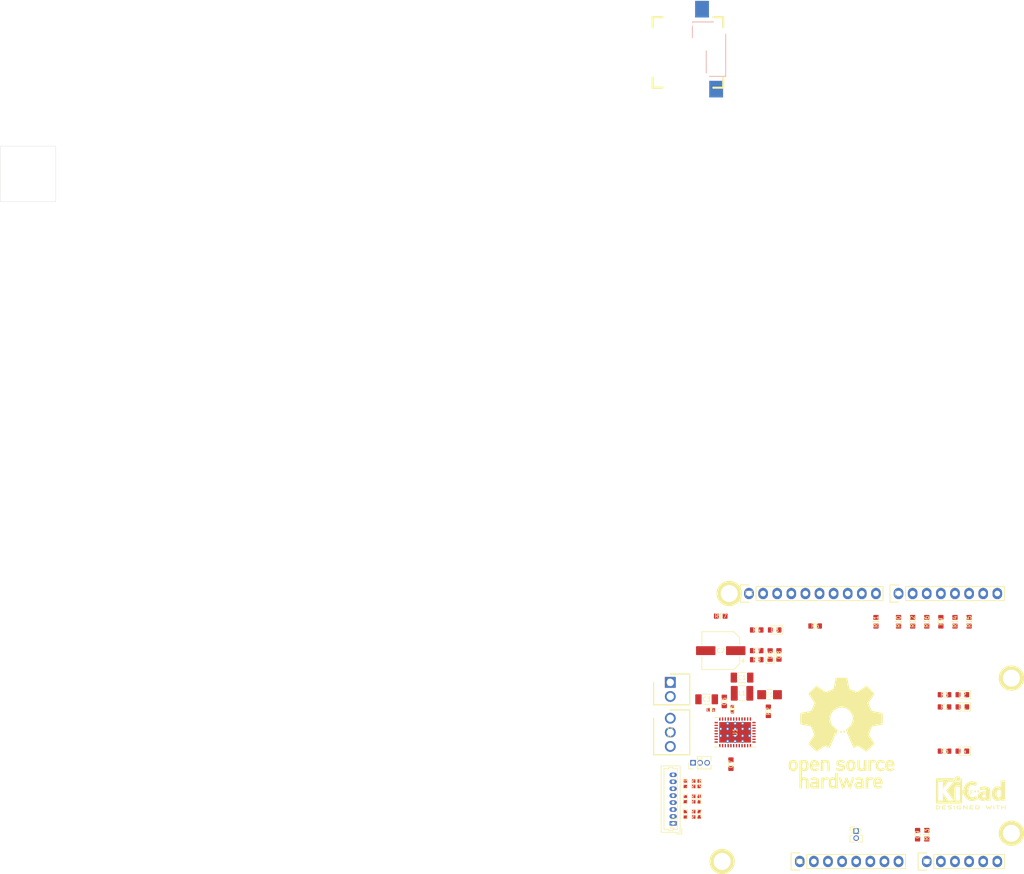
<source format=kicad_pcb>
(kicad_pcb (version 20171130) (host pcbnew 5.0.2)
  (layers (0 F.Cu signal) (1 In1.Cu signal) (2 In2.Cu signal) (31 B.Cu signal) (34 B.Paste user) (35 F.Paste user) (36 B.SilkS user) (37 F.SilkS user) (38 B.Mask user) (39 F.Mask user) (44 Edge.Cuts user))
  (net 1 "VCC")
  (net 2 "HBN")
  (net 3 "BRAKE")
  (net 4 "DRVOFF")
  (net 5 "Net-D3-Pad2")
  (net 6 "Net-C6-Pad2")
  (net 7 "V")
  (net 8 "p5**")
  (net 9 "HCN")
  (net 10 "FAULT")
  (net 11 "p2")
  (net 12 "p11**MOSI")
  (net 13 "GND")
  (net 14 "Net-D4-Pad2")
  (net 15 "SW")
  (net 16 "HAN")
  (net 17 "A4SDA")
  (net 18 "p6**")
  (net 19 "CS")
  (net 20 "A0")
  (net 21 "U")
  (net 22 "HCP")
  (net 23 "SLEEP")
  (net 24 "Net-D2-Pad2")
  (net 25 "A1")
  (net 26 "p8")
  (net 27 "Net-C6-Pad1")
  (net 28 "HAP")
  (net 29 "p3**")
  (net 30 "GNDPWR")
  (net 31 "p+36V")
  (net 32 "FGOUT")
  (net 33 "p12MISO")
  (net 34 "p+5V")
  (net 35 "p+3-3V")
  (net 36 "p7")
  (net 37 "Net-JP1-Pad2")
  (net 38 "HBP")
  (net 39 "PWM")
  (net 40 "FB")
  (net 41 "Net-C5-Pad1")
  (net 42 "ILIM")
  (net 43 "W")
  (net 44 "p4")
  (net 45 "Net-D1-Pad2")
  (net 46 "A5SCL")
  (net 47 "p13SCK")
  (module jitx-design:c_0402_1005metric (layer F.Cu) (at 266.8475 214.823 90.0)
    (pad 1 smd roundrect (at -0.48 0.0 90.0) (size 0.56 0.62) (roundrect_rratio 0.125) (net 16 "HAN") (layers F.Cu F.Paste))
    (pad 2 smd roundrect (at 0.48 0.0 90.0) (size 0.56 0.62) (roundrect_rratio 0.125) (net 28 "HAP") (layers F.Cu F.Paste))
    (fp_text reference "C10" (at 0.0 0.0 90.0) (layer F.SilkS) (effects (font (size 0.762 0.762) (thickness 0.10)) (justify)))
  )
  (module jitx-design:c_0402_1005metric (layer F.Cu) (at 266.8475 220.331 90.0)
    (pad 1 smd roundrect (at -0.48 0.0 90.0) (size 0.56 0.62) (roundrect_rratio 0.125) (net 9 "HCN") (layers F.Cu F.Paste))
    (pad 2 smd roundrect (at 0.48 0.0 90.0) (size 0.56 0.62) (roundrect_rratio 0.125) (net 22 "HCP") (layers F.Cu F.Paste))
    (fp_text reference "C12" (at 0.0 0.0 90.0) (layer F.SilkS) (effects (font (size 0.762 0.762) (thickness 0.10)) (justify)))
  )
  (module jitx-design:led_0603_1608metric (layer F.Cu) (at 316.704 198.787 180.0)
    (pad 1 smd roundrect (at -0.7875 0.0 180.0) (size 0.875 0.95) (roundrect_rratio 0.125) (net 13 "GND") (layers F.Cu F.Paste))
    (pad 2 smd roundrect (at 0.7875 0.0 180.0) (size 0.875 0.95) (roundrect_rratio 0.125) (net 24 "Net-D2-Pad2") (layers F.Cu F.Paste))
    (fp_text reference "D2" (at 0.0 0.0 0.0) (layer F.SilkS) (effects (font (size 0.762 0.762) (thickness 0.10)) (justify)))
  )
  (module jitx-design:d_0603_1608metric (layer F.Cu) (at 282.104 191.6395 90.0)
    (pad 1 smd roundrect (at -0.7875 0.0 90.0) (size 0.875 0.95) (roundrect_rratio 0.125) (net 13 "GND") (layers F.Cu F.Paste))
    (pad 2 smd roundrect (at 0.7875 0.0 90.0) (size 0.875 0.95) (roundrect_rratio 0.125) (net 25 "A1") (layers F.Cu F.Paste))
    (fp_text reference "D5" (at 0.0 0.0 90.0) (layer F.SilkS) (effects (font (size 0.762 0.762) (thickness 0.10)) (justify)))
  )
  (module jitx-design:Pkg_39773_0003 (layer F.Cu) (at 264.1335 205.565 270.0)
    (pad 1 thru_hole circle (at -2.54 0.0 270.0) (size 1.95 1.95) (net 21 "U") (drill 1.3) (layers *.Cu))
    (pad 2 thru_hole circle (at 0.0 0.0 270.0) (size 1.95 1.95) (net 7 "V") (drill 1.3) (layers *.Cu))
    (pad 3 thru_hole circle (at 2.54 0.0 270.0) (size 1.95 1.95) (net 43 "W") (drill 1.3) (layers *.Cu))
    (fp_text reference "P10" (at 0.0 0.0 90.0) (layer F.SilkS) (effects (font (size 0.762 0.762) (thickness 0.10)) (justify)))
  )
  (module jitx-design:arduino_1pinlocked (layer F.Cu) (at 325.538 223.745 0.0)
    (pad "" np_thru_hole circle (at 0.0 0.0) (size 3.048 3.048) (drill 3.048) (layers *.Cu *.Mask))
    (fp_text reference "P6" (at 0.0 0.0 0.0) (layer F.SilkS) (effects (font (size 0.762 0.762) (thickness 0.10)) (justify)))
  )
  (module jitx-design:kicad_logo2_5mm_silkscreen_lp (layer F.Cu) (at 318.2228 216.4425 0.0)
    (fp_text reference "REF**" (at 0.0 0.0 0.0) (layer F.SilkS) (effects (font (size 0.762 0.762) (thickness 0.10)) (justify)))
  )
  (module jitx-design:c_0402_1005metric (layer F.Cu) (at 271.436 201.52 0.0)
    (pad 1 smd roundrect (at -0.48 0.0 0.0) (size 0.56 0.62) (roundrect_rratio 0.125) (net 30 "GNDPWR") (layers F.Cu F.Paste))
    (pad 2 smd roundrect (at 0.48 0.0 0.0) (size 0.56 0.62) (roundrect_rratio 0.125) (net 31 "p+36V") (layers F.Cu F.Paste))
    (fp_text reference "C4" (at 0.0 0.0 0.0) (layer F.SilkS) (effects (font (size 0.762 0.762) (thickness 0.10)) (justify)))
  )
  (module jitx-design:led_0603_1608metric (layer F.Cu) (at 282.922 187.1245 180.0)
    (pad 1 smd roundrect (at -0.7875 0.0 180.0) (size 0.875 0.95) (roundrect_rratio 0.125) (net 13 "GND") (layers F.Cu F.Paste))
    (pad 2 smd roundrect (at 0.7875 0.0 180.0) (size 0.875 0.95) (roundrect_rratio 0.125) (net 5 "Net-D3-Pad2") (layers F.Cu F.Paste))
    (fp_text reference "D3" (at 0.0 0.0 0.0) (layer F.SilkS) (effects (font (size 0.762 0.762) (thickness 0.10)) (justify)))
  )
  (module jitx-design:pinheader_1x03_p127mm_vertical (layer F.Cu) (at 269.498 211.045 90.0)
    (pad 1 thru_hole rect (at 0.0 -1.27 90.0) (size 1.0 1.0) (net 35 "p+3-3V") (drill 0.65) (layers *.Cu))
    (pad 2 thru_hole oval (at 0.0 0.0 90.0) (size 1.0 1.0) (net 37 "Net-JP1-Pad2") (drill 0.65) (layers *.Cu))
    (pad 3 thru_hole oval (at 0.0 1.27 90.0) (size 1.0 1.0) (net 1 "VCC") (drill 0.65) (layers *.Cu))
    (fp_text reference "JP1" (at 0.0 0.0 90.0) (layer F.SilkS) (effects (font (size 0.762 0.762) (thickness 0.10)) (justify)))
  )
  (module jitx-design:socket_strip_arduino_1x06locked (layer F.Cu) (at 310.298 228.825 0.0)
    (pad 1 thru_hole oval (at 0.0 0.0 0.0) (size 1.7272 2.032) (net 20 "A0") (drill 1.016) (layers *.Cu))
    (pad 2 thru_hole oval (at 2.54 0.0 0.0) (size 1.7272 2.032) (net 25 "A1") (drill 1.016) (layers *.Cu))
    (pad 3 thru_hole oval (at 5.08 0.0 0.0) (size 1.7272 2.032) (drill 1.016) (layers *.Cu))
    (pad 4 thru_hole oval (at 7.62 0.0 0.0) (size 1.7272 2.032) (drill 1.016) (layers *.Cu))
    (pad 5 thru_hole oval (at 10.16 0.0 0.0) (size 1.7272 2.032) (net 17 "A4SDA") (drill 1.016) (layers *.Cu))
    (pad 6 thru_hole oval (at 12.7 0.0 0.0) (size 1.7272 2.032) (net 46 "A5SCL") (drill 1.016) (layers *.Cu))
    (fp_text reference "P2" (at 0.0 0.0 0.0) (layer F.SilkS) (effects (font (size 0.762 0.762) (thickness 0.10)) (justify)))
  )
  (module jitx-design:Pkg_39773_0002 (layer F.Cu) (at 264.1335 196.565 270.0)
    (pad 1 thru_hole rect (at 0.0 0.0 270.0) (size 1.95 1.95) (net 31 "p+36V") (drill 1.3) (layers *.Cu))
    (pad 2 thru_hole circle (at 2.54 0.0 270.0) (size 1.95 1.95) (net 30 "GNDPWR") (drill 1.3) (layers *.Cu))
    (fp_text reference "P9" (at 0.0 0.0 90.0) (layer F.SilkS) (effects (font (size 0.762 0.762) (thickness 0.10)) (justify)))
  )
  (module jitx-design:r_0603_1608metric (layer F.Cu) (at 305.218 185.645 270.0)
    (pad 1 smd roundrect (at -0.7875 0.0 270.0) (size 0.875 0.95) (roundrect_rratio 0.125) (net 36 "p7") (layers F.Cu F.Paste))
    (pad 2 smd roundrect (at 0.7875 0.0 270.0) (size 0.875 0.95) (roundrect_rratio 0.125) (net 3 "BRAKE") (layers F.Cu F.Paste))
    (fp_text reference "R10" (at 0.0 0.0 90.0) (layer F.SilkS) (effects (font (size 0.762 0.762) (thickness 0.10)) (justify)))
  )
  (module jitx-design:r_0603_1608metric (layer F.Cu) (at 307.758 185.645 270.0)
    (pad 1 smd roundrect (at -0.7875 0.0 270.0) (size 0.875 0.95) (roundrect_rratio 0.125) (net 18 "p6**") (layers F.Cu F.Paste))
    (pad 2 smd roundrect (at 0.7875 0.0 270.0) (size 0.875 0.95) (roundrect_rratio 0.125) (net 32 "FGOUT") (layers F.Cu F.Paste))
    (fp_text reference "R12" (at 0.0 0.0 90.0) (layer F.SilkS) (effects (font (size 0.762 0.762) (thickness 0.10)) (justify)))
  )
  (module jitx-design:r_0603_1608metric (layer F.Cu) (at 315.378 185.645 270.0)
    (pad 1 smd roundrect (at -0.7875 0.0 270.0) (size 0.875 0.95) (roundrect_rratio 0.125) (net 29 "p3**") (layers F.Cu F.Paste))
    (pad 2 smd roundrect (at 0.7875 0.0 270.0) (size 0.875 0.95) (roundrect_rratio 0.125) (net 23 "SLEEP") (layers F.Cu F.Paste))
    (fp_text reference "R14" (at 0.0 0.0 90.0) (layer F.SilkS) (effects (font (size 0.762 0.762) (thickness 0.10)) (justify)))
  )
  (module jitx-design:r_0603_1608metric (layer F.Cu) (at 310.298 185.645 270.0)
    (pad 1 smd roundrect (at -0.7875 0.0 270.0) (size 0.875 0.95) (roundrect_rratio 0.125) (net 8 "p5**") (layers F.Cu F.Paste))
    (pad 2 smd roundrect (at 0.7875 0.0 270.0) (size 0.875 0.95) (roundrect_rratio 0.125) (net 4 "DRVOFF") (layers F.Cu F.Paste))
    (fp_text reference "R16" (at 0.0 0.0 90.0) (layer F.SilkS) (effects (font (size 0.762 0.762) (thickness 0.10)) (justify)))
  )
  (module jitx-design:kailh_pcb_socket_1u_cutout_pkg (layer F.Cu) (at 267.305598020554 83.1131987571716 270.0)
    (pad 1 smd rect (at 6.6 -5.08 270.0) (size 3.0 2.5) (layers B.Cu B.Paste))
    (pad 2 smd rect (at -7.8 -2.54 270.0) (size 3.0 2.5) (layers B.Cu B.Paste))
    (pad "" np_thru_hole circle (at 0.0 0.0) (size 3.9878 3.9878) (drill 3.9878) (layers *.Cu *.Mask))
    (pad "" np_thru_hole circle (at -5.08 0.0) (size 1.7018 1.7018) (drill 1.7018) (layers *.Cu *.Mask))
    (pad "" np_thru_hole circle (at 5.08 0.0) (size 1.7018 1.7018) (drill 1.7018) (layers *.Cu *.Mask))
    (pad "" np_thru_hole circle (at 2.54 -5.08) (size 3.0 3.0) (drill 3.0) (layers *.Cu *.Mask))
    (pad "" np_thru_hole circle (at -3.81 -2.54) (size 3.0 3.0) (drill 3.0) (layers *.Cu *.Mask))
    (fp_text user "" (at 0.0 4.0 90.0) (layer F.SilkS) (effects (font (size 2.0 2.0) (thickness 0.10)) (justify)))
    (fp_text reference "SW1" (at 0.0 0.0 90.0) (layer F.SilkS) (effects (font (size 0.762 0.762) (thickness 0.10)) (justify)))
  )
  (module jitx-design:r_0603_1608metric (layer F.Cu) (at 313.498 198.787 0.0)
    (pad 1 smd roundrect (at -0.7875 0.0 0.0) (size 0.875 0.95) (roundrect_rratio 0.125) (net 1 "VCC") (layers F.Cu F.Paste))
    (pad 2 smd roundrect (at 0.7875 0.0 0.0) (size 0.875 0.95) (roundrect_rratio 0.125) (net 24 "Net-D2-Pad2") (layers F.Cu F.Paste))
    (fp_text reference "R3" (at 0.0 0.0 0.0) (layer F.SilkS) (effects (font (size 0.762 0.762) (thickness 0.10)) (justify)))
  )
  (module jitx-design:r_0603_1608metric (layer F.Cu) (at 313.498 208.9495 0.0)
    (pad 1 smd roundrect (at -0.7875 0.0 0.0) (size 0.875 0.95) (roundrect_rratio 0.125) (net 35 "p+3-3V") (layers F.Cu F.Paste))
    (pad 2 smd roundrect (at 0.7875 0.0 0.0) (size 0.875 0.95) (roundrect_rratio 0.125) (net 14 "Net-D4-Pad2") (layers F.Cu F.Paste))
    (fp_text reference "R5" (at 0.0 0.0 0.0) (layer F.SilkS) (effects (font (size 0.762 0.762) (thickness 0.10)) (justify)))
  )
  (module jitx-design:r_0603_1608metric (layer F.Cu) (at 279.688 190.852 180.0)
    (pad 1 smd roundrect (at -0.7875 0.0 180.0) (size 0.875 0.95) (roundrect_rratio 0.125) (net 25 "A1") (layers F.Cu F.Paste))
    (pad 2 smd roundrect (at 0.7875 0.0 180.0) (size 0.875 0.95) (roundrect_rratio 0.125) (net 31 "p+36V") (layers F.Cu F.Paste))
    (fp_text reference "R7" (at 0.0 0.0 0.0) (layer F.SilkS) (effects (font (size 0.762 0.762) (thickness 0.10)) (justify)))
  )
  (module jitx-design:r_0603_1608metric (layer F.Cu) (at 312.838 185.645 270.0)
    (pad 1 smd roundrect (at -0.7875 0.0 270.0) (size 0.875 0.95) (roundrect_rratio 0.125) (net 44 "p4") (layers F.Cu F.Paste))
    (pad 2 smd roundrect (at 0.7875 0.0 270.0) (size 0.875 0.95) (roundrect_rratio 0.125) (net 19 "CS") (layers F.Cu F.Paste))
    (fp_text reference "R9" (at 0.0 0.0 90.0) (layer F.SilkS) (effects (font (size 0.762 0.762) (thickness 0.10)) (justify)))
  )
  (module jitx-design:led_0603_1608metric (layer F.Cu) (at 316.704 208.9495 180.0)
    (pad 1 smd roundrect (at -0.7875 0.0 180.0) (size 0.875 0.95) (roundrect_rratio 0.125) (net 10 "FAULT") (layers F.Cu F.Paste))
    (pad 2 smd roundrect (at 0.7875 0.0 180.0) (size 0.875 0.95) (roundrect_rratio 0.125) (net 14 "Net-D4-Pad2") (layers F.Cu F.Paste))
    (fp_text reference "D4" (at 0.0 0.0 0.0) (layer F.SilkS) (effects (font (size 0.762 0.762) (thickness 0.10)) (justify)))
  )
  (module jitx-design:l_1210_3225metric (layer F.Cu) (at 277.048 198.533 180.0)
    (pad 1 smd roundrect (at -1.4 0.0 180.0) (size 1.25 2.65) (roundrect_rratio 0.1) (net 40 "FB") (layers F.Cu F.Paste))
    (pad 2 smd roundrect (at 1.4 0.0 180.0) (size 1.25 2.65) (roundrect_rratio 0.1) (net 15 "SW") (layers F.Cu F.Paste))
    (fp_text reference "L1" (at 0.0 0.0 0.0) (layer F.SilkS) (effects (font (size 0.762 0.762) (thickness 0.10)) (justify)))
  )
  (module jitx-design:c_0603_1608metric (layer F.Cu) (at 273.849 199.996 90.0)
    (pad 1 smd roundrect (at -0.775 0.0 90.0) (size 0.9 0.95) (roundrect_rratio 0.125) (net 41 "Net-C5-Pad1") (layers F.Cu F.Paste))
    (pad 2 smd roundrect (at 0.775 0.0 90.0) (size 0.9 0.95) (roundrect_rratio 0.125) (net 31 "p+36V") (layers F.Cu F.Paste))
    (fp_text reference "C5" (at 0.0 0.0 90.0) (layer F.SilkS) (effects (font (size 0.762 0.762) (thickness 0.10)) (justify)))
  )
  (module jitx-design:c_0603_1608metric (layer F.Cu) (at 275.048 211.299 270.0)
    (pad 1 smd roundrect (at -0.775 0.0 270.0) (size 0.9 0.95) (roundrect_rratio 0.125) (net 35 "p+3-3V") (layers F.Cu F.Paste))
    (pad 2 smd roundrect (at 0.775 0.0 270.0) (size 0.9 0.95) (roundrect_rratio 0.125) (net 13 "GND") (layers F.Cu F.Paste))
    (fp_text reference "C7" (at 0.0 0.0 90.0) (layer F.SilkS) (effects (font (size 0.762 0.762) (thickness 0.10)) (justify)))
  )
  (module jitx-design:c_0603_1608metric (layer F.Cu) (at 308.647 223.999 90.0)
    (pad 1 smd roundrect (at -0.775 0.0 90.0) (size 0.9 0.95) (roundrect_rratio 0.125) (net 13 "GND") (layers F.Cu F.Paste))
    (pad 2 smd roundrect (at 0.775 0.0 90.0) (size 0.9 0.95) (roundrect_rratio 0.125) (net 42 "ILIM") (layers F.Cu F.Paste))
    (fp_text reference "C9" (at 0.0 0.0 90.0) (layer F.SilkS) (effects (font (size 0.762 0.762) (thickness 0.10)) (justify)))
  )
  (module jitx-design:fuse_1206_3216metric_castellated (layer F.Cu) (at 281.998 198.787 180.0)
    (pad 1 smd roundrect (at -1.425 0.0 180.0) (size 1.6 1.65) (roundrect_rratio 0.078125) (net 1 "VCC") (layers F.Cu F.Paste))
    (pad 2 smd roundrect (at 1.425 0.0 180.0) (size 1.6 1.65) (roundrect_rratio 0.078125) (net 40 "FB") (layers F.Cu F.Paste))
    (fp_text reference "F1" (at 0.0 0.0 0.0) (layer F.SilkS) (effects (font (size 0.762 0.762) (thickness 0.10)) (justify)))
  )
  (module jitx-design:pinheader_1x02_p127mm_vertical (layer F.Cu) (at 297.598 223.349 0.0)
    (pad 1 thru_hole rect (at 0.0 0.0 0.0) (size 1.0 1.0) (net 1 "VCC") (drill 0.65) (layers *.Cu))
    (pad 2 thru_hole oval (at 0.0 1.27 0.0) (size 1.0 1.0) (net 34 "p+5V") (drill 0.65) (layers *.Cu))
    (fp_text reference "JP2" (at 0.0 0.0 0.0) (layer F.SilkS) (effects (font (size 0.762 0.762) (thickness 0.10)) (justify)))
  )
  (module jitx-design:socket_strip_arduino_1x10locked (layer F.Cu) (at 278.294 180.565 0.0)
    (pad 1 thru_hole oval (at 0.0 0.0 0.0) (size 1.7272 2.032) (net 46 "A5SCL") (drill 1.016) (layers *.Cu))
    (pad 2 thru_hole oval (at 2.54 0.0 0.0) (size 1.7272 2.032) (net 17 "A4SDA") (drill 1.016) (layers *.Cu))
    (pad 3 thru_hole oval (at 5.08 0.0 0.0) (size 1.7272 2.032) (drill 1.016) (layers *.Cu))
    (pad 4 thru_hole oval (at 7.62 0.0 0.0) (size 1.7272 2.032) (net 13 "GND") (drill 1.016) (layers *.Cu))
    (pad 5 thru_hole oval (at 10.16 0.0 0.0) (size 1.7272 2.032) (net 47 "p13SCK") (drill 1.016) (layers *.Cu))
    (pad 6 thru_hole oval (at 12.7 0.0 0.0) (size 1.7272 2.032) (net 33 "p12MISO") (drill 1.016) (layers *.Cu))
    (pad 7 thru_hole oval (at 15.24 0.0 0.0) (size 1.7272 2.032) (net 12 "p11**MOSI") (drill 1.016) (layers *.Cu))
    (pad 8 thru_hole oval (at 17.78 0.0 0.0) (size 1.7272 2.032) (drill 1.016) (layers *.Cu))
    (pad 9 thru_hole oval (at 20.32 0.0 0.0) (size 1.7272 2.032) (drill 1.016) (layers *.Cu))
    (pad 10 thru_hole oval (at 22.86 0.0 0.0) (size 1.7272 2.032) (net 26 "p8") (drill 1.016) (layers *.Cu))
    (fp_text reference "P3" (at 0.0 0.0 0.0) (layer F.SilkS) (effects (font (size 0.762 0.762) (thickness 0.10)) (justify)))
  )
  (module jitx-design:arduino_1pinlocked (layer F.Cu) (at 274.738 180.565 0.0)
    (pad "" np_thru_hole circle (at 0.0 0.0) (size 3.048 3.048) (drill 3.048) (layers *.Cu *.Mask))
    (fp_text reference "P7" (at 0.0 0.0 0.0) (layer F.SilkS) (effects (font (size 0.762 0.762) (thickness 0.10)) (justify)))
  )
  (module jitx-design:r_0402_1005metric (layer F.Cu) (at 268.8475 215.308 0.0)
    (pad 1 smd roundrect (at -0.485 0.0 0.0) (size 0.59 0.64) (roundrect_rratio 0.125) (net 16 "HAN") (layers F.Cu F.Paste))
    (pad 2 smd roundrect (at 0.485 0.0 0.0) (size 0.59 0.64) (roundrect_rratio 0.125) (net 13 "GND") (layers F.Cu F.Paste))
    (fp_text reference "R19" (at 0.0 0.0 0.0) (layer F.SilkS) (effects (font (size 0.762 0.762) (thickness 0.10)) (justify)))
  )
  (module jitx-design:r_0402_1005metric (layer F.Cu) (at 268.8475 217.092 0.0)
    (pad 1 smd roundrect (at -0.485 0.0 0.0) (size 0.59 0.64) (roundrect_rratio 0.125) (net 38 "HBP") (layers F.Cu F.Paste))
    (pad 2 smd roundrect (at 0.485 0.0 0.0) (size 0.59 0.64) (roundrect_rratio 0.125) (net 35 "p+3-3V") (layers F.Cu F.Paste))
    (fp_text reference "R20" (at 0.0 0.0 0.0) (layer F.SilkS) (effects (font (size 0.762 0.762) (thickness 0.10)) (justify)))
  )
  (module jitx-design:r_0402_1005metric (layer F.Cu) (at 268.8475 219.846 0.0)
    (pad 1 smd roundrect (at -0.485 0.0 0.0) (size 0.59 0.64) (roundrect_rratio 0.125) (net 22 "HCP") (layers F.Cu F.Paste))
    (pad 2 smd roundrect (at 0.485 0.0 0.0) (size 0.59 0.64) (roundrect_rratio 0.125) (net 35 "p+3-3V") (layers F.Cu F.Paste))
    (fp_text reference "R22" (at 0.0 0.0 0.0) (layer F.SilkS) (effects (font (size 0.762 0.762) (thickness 0.10)) (justify)))
  )
  (module jitx-design:oshw_logo_19x20mm_silkscreen_lp (layer F.Cu) (at 294.931 205.711 0.0)
    (fp_text reference "REF**-1" (at 0.0 0.0 0.0) (layer F.SilkS) (effects (font (size 0.762 0.762) (thickness 0.10)) (justify)))
  )
  (module jitx-design:c_0402_1005metric (layer F.Cu) (at 266.8475 217.577 90.0)
    (pad 1 smd roundrect (at -0.48 0.0 90.0) (size 0.56 0.62) (roundrect_rratio 0.125) (net 2 "HBN") (layers F.Cu F.Paste))
    (pad 2 smd roundrect (at 0.48 0.0 90.0) (size 0.56 0.62) (roundrect_rratio 0.125) (net 38 "HBP") (layers F.Cu F.Paste))
    (fp_text reference "C11" (at 0.0 0.0 90.0) (layer F.SilkS) (effects (font (size 0.762 0.762) (thickness 0.10)) (justify)))
  )
  (module jitx-design:socket_strip_arduino_1x08 (layer F.Cu) (at 287.438 228.825 0.0)
    (pad 1 thru_hole oval (at 0.0 0.0 0.0) (size 1.7272 2.032) (drill 1.016) (layers *.Cu))
    (pad 2 thru_hole oval (at 2.54 0.0 0.0) (size 1.7272 2.032) (drill 1.016) (layers *.Cu))
    (pad 3 thru_hole oval (at 5.08 0.0 0.0) (size 1.7272 2.032) (drill 1.016) (layers *.Cu))
    (pad 4 thru_hole oval (at 7.62 0.0 0.0) (size 1.7272 2.032) (net 35 "p+3-3V") (drill 1.016) (layers *.Cu))
    (pad 5 thru_hole oval (at 10.16 0.0 0.0) (size 1.7272 2.032) (net 34 "p+5V") (drill 1.016) (layers *.Cu))
    (pad 6 thru_hole oval (at 12.7 0.0 0.0) (size 1.7272 2.032) (net 13 "GND") (drill 1.016) (layers *.Cu))
    (pad 7 thru_hole oval (at 15.24 0.0 0.0) (size 1.7272 2.032) (net 13 "GND") (drill 1.016) (layers *.Cu))
    (pad 8 thru_hole oval (at 17.78 0.0 0.0) (size 1.7272 2.032) (drill 1.016) (layers *.Cu))
    (fp_text reference "P1" (at 0.0 0.0 0.0) (layer F.SilkS) (effects (font (size 0.762 0.762) (thickness 0.10)) (justify)))
  )
  (module jitx-design:c_1206_3216metric_1 (layer F.Cu) (at 270.674 199.615 0.0)
    (pad 1 smd roundrect (at -1.475 0.0 0.0) (size 1.15 1.8) (roundrect_rratio 0.108695217391304) (net 30 "GNDPWR") (layers F.Cu F.Paste))
    (pad 2 smd roundrect (at 1.475 0.0 0.0) (size 1.15 1.8) (roundrect_rratio 0.108695217391304) (net 31 "p+36V") (layers F.Cu F.Paste))
    (fp_text reference "C3" (at 0.0 0.0 0.0) (layer F.SilkS) (effects (font (size 0.762 0.762) (thickness 0.10)) (justify)))
  )
  (module jitx-design:molex_picoblade_53047_0810_1x08_p125mm_vertical (layer F.Cu) (at 264.6475 221.965 90.0)
    (pad 1 thru_hole roundrect (at 0.0 0.0 90.0) (size 0.8 1.3) (roundrect_rratio 0.125) (net 13 "GND") (drill 0.5) (layers *.Cu))
    (pad 2 thru_hole oval (at 1.25 0.0 90.0) (size 0.8 1.3) (net 9 "HCN") (drill 0.5) (layers *.Cu))
    (pad 3 thru_hole oval (at 2.5 0.0 90.0) (size 0.8 1.3) (net 22 "HCP") (drill 0.5) (layers *.Cu))
    (pad 4 thru_hole oval (at 3.75 0.0 90.0) (size 0.8 1.3) (net 2 "HBN") (drill 0.5) (layers *.Cu))
    (pad 5 thru_hole oval (at 5.0 0.0 90.0) (size 0.8 1.3) (net 38 "HBP") (drill 0.5) (layers *.Cu))
    (pad 6 thru_hole oval (at 6.25 0.0 90.0) (size 0.8 1.3) (net 16 "HAN") (drill 0.5) (layers *.Cu))
    (pad 7 thru_hole oval (at 7.5 0.0 90.0) (size 0.8 1.3) (net 28 "HAP") (drill 0.5) (layers *.Cu))
    (pad 8 thru_hole oval (at 8.75 0.0 90.0) (size 0.8 1.3) (net 37 "Net-JP1-Pad2") (drill 0.5) (layers *.Cu))
    (fp_text reference "P11" (at 0.0 0.0 90.0) (layer F.SilkS) (effects (font (size 0.762 0.762) (thickness 0.10)) (justify)))
  )
  (module jitx-design:arduino_1pinlocked (layer F.Cu) (at 273.468 228.825 0.0)
    (pad "" np_thru_hole circle (at 0.0 0.0) (size 3.048 3.048) (drill 3.048) (layers *.Cu *.Mask))
    (fp_text reference "P5" (at 0.0 0.0 0.0) (layer F.SilkS) (effects (font (size 0.762 0.762) (thickness 0.10)) (justify)))
  )
  (module jitx-design:r_0603_1608metric (layer F.Cu) (at 313.498 200.9865 0.0)
    (pad 1 smd roundrect (at -0.7875 0.0 0.0) (size 0.875 0.95) (roundrect_rratio 0.125) (net 35 "p+3-3V") (layers F.Cu F.Paste))
    (pad 2 smd roundrect (at 0.7875 0.0 0.0) (size 0.875 0.95) (roundrect_rratio 0.125) (net 45 "Net-D1-Pad2") (layers F.Cu F.Paste))
    (fp_text reference "R1" (at 0.0 0.0 0.0) (layer F.SilkS) (effects (font (size 0.762 0.762) (thickness 0.10)) (justify)))
  )
  (module jitx-design:r_0603_1608metric (layer F.Cu) (at 301.154 185.645 270.0)
    (pad 1 smd roundrect (at -0.7875 0.0 270.0) (size 0.875 0.95) (roundrect_rratio 0.125) (net 26 "p8") (layers F.Cu F.Paste))
    (pad 2 smd roundrect (at 0.7875 0.0 270.0) (size 0.875 0.95) (roundrect_rratio 0.125) (net 39 "PWM") (layers F.Cu F.Paste))
    (fp_text reference "R11" (at 0.0 0.0 90.0) (layer F.SilkS) (effects (font (size 0.762 0.762) (thickness 0.10)) (justify)))
  )
  (module jitx-design:r_0603_1608metric (layer F.Cu) (at 310.298 223.999 270.0)
    (pad 1 smd roundrect (at -0.7875 0.0 270.0) (size 0.875 0.95) (roundrect_rratio 0.125) (net 42 "ILIM") (layers F.Cu F.Paste))
    (pad 2 smd roundrect (at 0.7875 0.0 270.0) (size 0.875 0.95) (roundrect_rratio 0.125) (net 20 "A0") (layers F.Cu F.Paste))
    (fp_text reference "R13" (at 0.0 0.0 90.0) (layer F.SilkS) (effects (font (size 0.762 0.762) (thickness 0.10)) (justify)))
  )
  (module jitx-design:r_0603_1608metric (layer F.Cu) (at 317.918 185.645 270.0)
    (pad 1 smd roundrect (at -0.7875 0.0 270.0) (size 0.875 0.95) (roundrect_rratio 0.125) (net 11 "p2") (layers F.Cu F.Paste))
    (pad 2 smd roundrect (at 0.7875 0.0 270.0) (size 0.875 0.95) (roundrect_rratio 0.125) (net 10 "FAULT") (layers F.Cu F.Paste))
    (fp_text reference "R15" (at 0.0 0.0 90.0) (layer F.SilkS) (effects (font (size 0.762 0.762) (thickness 0.10)) (justify)))
  )
  (module jitx-design:r_0603_1608metric (layer F.Cu) (at 273.214 184.629 0.0)
    (pad 1 smd roundrect (at -0.7875 0.0 0.0) (size 0.875 0.95) (roundrect_rratio 0.125) (net 30 "GNDPWR") (layers F.Cu F.Paste))
    (pad 2 smd roundrect (at 0.7875 0.0 0.0) (size 0.875 0.95) (roundrect_rratio 0.125) (net 13 "GND") (layers F.Cu F.Paste))
    (fp_text reference "R17" (at 0.0 0.0 0.0) (layer F.SilkS) (effects (font (size 0.762 0.762) (thickness 0.10)) (justify)))
  )
  (module jitx-design:r_0402_1005metric (layer F.Cu) (at 268.8475 220.816 0.0)
    (pad 1 smd roundrect (at -0.485 0.0 0.0) (size 0.59 0.64) (roundrect_rratio 0.125) (net 9 "HCN") (layers F.Cu F.Paste))
    (pad 2 smd roundrect (at 0.485 0.0 0.0) (size 0.59 0.64) (roundrect_rratio 0.125) (net 13 "GND") (layers F.Cu F.Paste))
    (fp_text reference "R23" (at 0.0 0.0 0.0) (layer F.SilkS) (effects (font (size 0.762 0.762) (thickness 0.10)) (justify)))
  )
  (module jitx-design:r_0603_1608metric (layer F.Cu) (at 279.688 187.1245 0.0)
    (pad 1 smd roundrect (at -0.7875 0.0 0.0) (size 0.875 0.95) (roundrect_rratio 0.125) (net 31 "p+36V") (layers F.Cu F.Paste))
    (pad 2 smd roundrect (at 0.7875 0.0 0.0) (size 0.875 0.95) (roundrect_rratio 0.125) (net 5 "Net-D3-Pad2") (layers F.Cu F.Paste))
    (fp_text reference "R4" (at 0.0 0.0 0.0) (layer F.SilkS) (effects (font (size 0.762 0.762) (thickness 0.10)) (justify)))
  )
  (module jitx-design:r_0603_1608metric (layer F.Cu) (at 290.2065 186.407 0.0)
    (pad 1 smd roundrect (at -0.7875 0.0 0.0) (size 0.875 0.95) (roundrect_rratio 0.125) (net 35 "p+3-3V") (layers F.Cu F.Paste))
    (pad 2 smd roundrect (at 0.7875 0.0 0.0) (size 0.875 0.95) (roundrect_rratio 0.125) (net 33 "p12MISO") (layers F.Cu F.Paste))
    (fp_text reference "R6" (at 0.0 0.0 0.0) (layer F.SilkS) (effects (font (size 0.762 0.762) (thickness 0.10)) (justify)))
  )
  (module jitx-design:r_0603_1608metric (layer F.Cu) (at 279.691 192.4776 180.0)
    (pad 1 smd roundrect (at -0.7875 0.0 180.0) (size 0.875 0.95) (roundrect_rratio 0.125) (net 25 "A1") (layers F.Cu F.Paste))
    (pad 2 smd roundrect (at 0.7875 0.0 180.0) (size 0.875 0.95) (roundrect_rratio 0.125) (net 13 "GND") (layers F.Cu F.Paste))
    (fp_text reference "R8" (at 0.0 0.0 0.0) (layer F.SilkS) (effects (font (size 0.762 0.762) (thickness 0.10)) (justify)))
  )
  (module jitx-design:qfn_40_ep_5x7_pitch05mm (layer F.Cu) (at 275.798 205.565 270.0)
    (pad 1 smd roundrect (at -2.4 -2.75 0.0) (size 0.25 0.6) (roundrect_rratio 0.1) (layers F.Cu F.Paste))
    (pad 2 smd roundrect (at -2.4 -2.25 0.0) (size 0.25 0.6) (roundrect_rratio 0.1) (net 13 "GND") (layers F.Cu F.Paste))
    (pad 3 smd roundrect (at -2.4 -1.75 0.0) (size 0.25 0.6) (roundrect_rratio 0.1) (net 40 "FB") (layers F.Cu F.Paste))
    (pad 4 smd roundrect (at -2.4 -1.25 0.0) (size 0.25 0.6) (roundrect_rratio 0.1) (net 13 "GND") (layers F.Cu F.Paste))
    (pad 5 smd roundrect (at -2.4 -0.75 0.0) (size 0.25 0.6) (roundrect_rratio 0.1) (net 15 "SW") (layers F.Cu F.Paste))
    (pad 6 smd roundrect (at -2.4 -0.25 0.0) (size 0.25 0.6) (roundrect_rratio 0.1) (net 6 "Net-C6-Pad2") (layers F.Cu F.Paste))
    (pad 7 smd roundrect (at -2.4 0.25 0.0) (size 0.25 0.6) (roundrect_rratio 0.1) (net 27 "Net-C6-Pad1") (layers F.Cu F.Paste))
    (pad 8 smd roundrect (at -2.4 0.75 0.0) (size 0.25 0.6) (roundrect_rratio 0.1) (net 41 "Net-C5-Pad1") (layers F.Cu F.Paste))
    (pad 9 smd roundrect (at -2.4 1.25 0.0) (size 0.25 0.6) (roundrect_rratio 0.1) (net 31 "p+36V") (layers F.Cu F.Paste))
    (pad 10 smd roundrect (at -2.4 1.75 0.0) (size 0.25 0.6) (roundrect_rratio 0.1) (net 31 "p+36V") (layers F.Cu F.Paste))
    (pad 11 smd roundrect (at -2.4 2.25 0.0) (size 0.25 0.6) (roundrect_rratio 0.1) (net 31 "p+36V") (layers F.Cu F.Paste))
    (pad 12 smd roundrect (at -2.4 2.75 0.0) (size 0.25 0.6) (roundrect_rratio 0.1) (net 30 "GNDPWR") (layers F.Cu F.Paste))
    (pad 13 smd roundrect (at -1.75 3.4 90.0) (size 0.25 0.6) (roundrect_rratio 0.1) (net 21 "U") (layers F.Cu F.Paste))
    (pad 14 smd roundrect (at -1.25 3.4 90.0) (size 0.25 0.6) (roundrect_rratio 0.1) (net 21 "U") (layers F.Cu F.Paste))
    (pad 15 smd roundrect (at -0.75 3.4 90.0) (size 0.25 0.6) (roundrect_rratio 0.1) (net 30 "GNDPWR") (layers F.Cu F.Paste))
    (pad 16 smd roundrect (at -0.25 3.4 90.0) (size 0.25 0.6) (roundrect_rratio 0.1) (net 7 "V") (layers F.Cu F.Paste))
    (pad 17 smd roundrect (at 0.25 3.4 90.0) (size 0.25 0.6) (roundrect_rratio 0.1) (net 7 "V") (layers F.Cu F.Paste))
    (pad 18 smd roundrect (at 0.75 3.4 90.0) (size 0.25 0.6) (roundrect_rratio 0.1) (net 30 "GNDPWR") (layers F.Cu F.Paste))
    (pad 19 smd roundrect (at 1.25 3.4 90.0) (size 0.25 0.6) (roundrect_rratio 0.1) (net 43 "W") (layers F.Cu F.Paste))
    (pad 20 smd roundrect (at 1.75 3.4 90.0) (size 0.25 0.6) (roundrect_rratio 0.1) (net 43 "W") (layers F.Cu F.Paste))
    (pad 21 smd roundrect (at 2.4 2.75 0.0) (size 0.25 0.6) (roundrect_rratio 0.1) (net 4 "DRVOFF") (layers F.Cu F.Paste))
    (pad 22 smd roundrect (at 2.4 2.25 0.0) (size 0.25 0.6) (roundrect_rratio 0.1) (net 10 "FAULT") (layers F.Cu F.Paste))
    (pad 23 smd roundrect (at 2.4 1.75 0.0) (size 0.25 0.6) (roundrect_rratio 0.1) (net 23 "SLEEP") (layers F.Cu F.Paste))
    (pad 24 smd roundrect (at 2.4 1.25 0.0) (size 0.25 0.6) (roundrect_rratio 0.1) (layers F.Cu F.Paste))
    (pad 25 smd roundrect (at 2.4 0.75 0.0) (size 0.25 0.6) (roundrect_rratio 0.1) (net 35 "p+3-3V") (layers F.Cu F.Paste))
    (pad 26 smd roundrect (at 2.4 0.25 0.0) (size 0.25 0.6) (roundrect_rratio 0.1) (layers F.Cu F.Paste))
    (pad 27 smd roundrect (at 2.4 -0.25 0.0) (size 0.25 0.6) (roundrect_rratio 0.1) (net 28 "HAP") (layers F.Cu F.Paste))
    (pad 28 smd roundrect (at 2.4 -0.75 0.0) (size 0.25 0.6) (roundrect_rratio 0.1) (net 16 "HAN") (layers F.Cu F.Paste))
    (pad 29 smd roundrect (at 2.4 -1.25 0.0) (size 0.25 0.6) (roundrect_rratio 0.1) (net 38 "HBP") (layers F.Cu F.Paste))
    (pad 30 smd roundrect (at 2.4 -1.75 0.0) (size 0.25 0.6) (roundrect_rratio 0.1) (net 2 "HBN") (layers F.Cu F.Paste))
    (pad 31 smd roundrect (at 2.4 -2.25 0.0) (size 0.25 0.6) (roundrect_rratio 0.1) (net 22 "HCP") (layers F.Cu F.Paste))
    (pad 32 smd roundrect (at 2.4 -2.75 0.0) (size 0.25 0.6) (roundrect_rratio 0.1) (net 9 "HCN") (layers F.Cu F.Paste))
    (pad 33 smd roundrect (at 1.75 -3.4 90.0) (size 0.25 0.6) (roundrect_rratio 0.1) (net 33 "p12MISO") (layers F.Cu F.Paste))
    (pad 34 smd roundrect (at 1.25 -3.4 90.0) (size 0.25 0.6) (roundrect_rratio 0.1) (net 12 "p11**MOSI") (layers F.Cu F.Paste))
    (pad 35 smd roundrect (at 0.75 -3.4 90.0) (size 0.25 0.6) (roundrect_rratio 0.1) (net 47 "p13SCK") (layers F.Cu F.Paste))
    (pad 36 smd roundrect (at 0.25 -3.4 90.0) (size 0.25 0.6) (roundrect_rratio 0.1) (net 19 "CS") (layers F.Cu F.Paste))
    (pad 37 smd roundrect (at -0.25 -3.4 90.0) (size 0.25 0.6) (roundrect_rratio 0.1) (net 42 "ILIM") (layers F.Cu F.Paste))
    (pad 38 smd roundrect (at -0.75 -3.4 90.0) (size 0.25 0.6) (roundrect_rratio 0.1) (net 3 "BRAKE") (layers F.Cu F.Paste))
    (pad 39 smd roundrect (at -1.25 -3.4 90.0) (size 0.25 0.6) (roundrect_rratio 0.1) (net 39 "PWM") (layers F.Cu F.Paste))
    (pad 40 smd roundrect (at -1.75 -3.4 90.0) (size 0.25 0.6) (roundrect_rratio 0.1) (net 32 "FGOUT") (layers F.Cu F.Paste))
    (pad 41 thru_hole circle (at -0.625 -2.6 270.0) (size 0.6 0.6) (net 13 "GND") (drill 0.3) (layers *.Cu))
    (pad 42 thru_hole circle (at 1.6 -1.35 270.0) (size 0.6 0.6) (net 13 "GND") (drill 0.3) (layers *.Cu))
    (pad 43 thru_hole circle (at 0.625 -2.6 270.0) (size 0.6 0.6) (net 13 "GND") (drill 0.3) (layers *.Cu))
    (pad 44 thru_hole circle (at 0.625 0.0 270.0) (size 0.6 0.6) (net 13 "GND") (drill 0.3) (layers *.Cu))
    (pad 45 thru_hole circle (at -1.6 -1.35 270.0) (size 0.6 0.6) (net 13 "GND") (drill 0.3) (layers *.Cu))
    (pad 46 thru_hole circle (at -0.625 -1.35 270.0) (size 0.6 0.6) (net 13 "GND") (drill 0.3) (layers *.Cu))
    (pad 47 thru_hole circle (at 1.6 0.0 270.0) (size 0.6 0.6) (net 13 "GND") (drill 0.3) (layers *.Cu))
    (pad 48 thru_hole circle (at 0.625 -1.35 270.0) (size 0.6 0.6) (net 13 "GND") (drill 0.3) (layers *.Cu))
    (pad 49 thru_hole circle (at -1.6 0.0 270.0) (size 0.6 0.6) (net 13 "GND") (drill 0.3) (layers *.Cu))
    (pad 50 smd rect (at 0.0 0.0 270.0) (size 3.7 5.7) (net 13 "GND") (layers F.Cu F.Paste))
    (pad 51 thru_hole circle (at -0.625 0.0 270.0) (size 0.6 0.6) (net 13 "GND") (drill 0.3) (layers *.Cu))
    (pad 52 thru_hole circle (at -0.625 2.6 270.0) (size 0.6 0.6) (net 13 "GND") (drill 0.3) (layers *.Cu))
    (pad 53 thru_hole circle (at 0.625 1.35 270.0) (size 0.6 0.6) (net 13 "GND") (drill 0.3) (layers *.Cu))
    (pad 54 thru_hole circle (at -0.625 1.35 270.0) (size 0.6 0.6) (net 13 "GND") (drill 0.3) (layers *.Cu))
    (pad 55 thru_hole circle (at -1.6 1.35 270.0) (size 0.6 0.6) (net 13 "GND") (drill 0.3) (layers *.Cu))
    (pad 56 thru_hole circle (at 0.625 2.6 270.0) (size 0.6 0.6) (net 13 "GND") (drill 0.3) (layers *.Cu))
    (pad 57 thru_hole circle (at 1.6 1.35 270.0) (size 0.6 0.6) (net 13 "GND") (drill 0.3) (layers *.Cu))
    (fp_text reference "U1" (at 0.0 0.0 90.0) (layer F.SilkS) (effects (font (size 0.762 0.762) (thickness 0.10)) (justify)))
  )
  (module jitx-design:c_1206_3216metric (layer F.Cu) (at 277.0494 195.7034 0.0)
    (pad 1 smd roundrect (at -1.475 0.0 0.0) (size 1.15 1.8) (roundrect_rratio 0.1085) (net 13 "GND") (layers F.Cu F.Paste))
    (pad 2 smd roundrect (at 1.475 0.0 0.0) (size 1.15 1.8) (roundrect_rratio 0.108695217391304) (net 40 "FB") (layers F.Cu F.Paste))
    (fp_text reference "C1" (at 0.0 0.0 0.0) (layer F.SilkS) (effects (font (size 0.762 0.762) (thickness 0.10)) (justify)))
  )
  (module jitx-design:cp_elec_63x77 (layer F.Cu) (at 273.214 190.852 180.0)
    (pad 1 smd roundrect (at -2.7 0.0 180.0) (size 3.5 1.6) (roundrect_rratio 0.078125) (net 31 "p+36V") (layers F.Cu F.Paste))
    (pad 2 smd roundrect (at 2.7 0.0 180.0) (size 3.5 1.6) (roundrect_rratio 0.078125) (net 30 "GNDPWR") (layers F.Cu F.Paste))
    (fp_text reference "C2" (at 0.0 0.0 0.0) (layer F.SilkS) (effects (font (size 0.762 0.762) (thickness 0.10)) (justify)))
  )
  (module jitx-design:arduino_1pinlocked (layer F.Cu) (at 325.538 195.805 0.0)
    (pad "" np_thru_hole circle (at 0.0 0.0) (size 3.048 3.048) (drill 3.048) (layers *.Cu *.Mask))
    (fp_text reference "P8" (at 0.0 0.0 0.0) (layer F.SilkS) (effects (font (size 0.762 0.762) (thickness 0.10)) (justify)))
  )
  (module jitx-design:c_0402_1005metric (layer F.Cu) (at 275.3095 201.393 90.0)
    (pad 1 smd roundrect (at -0.48 0.0 90.0) (size 0.56 0.62) (roundrect_rratio 0.125) (net 27 "Net-C6-Pad1") (layers F.Cu F.Paste))
    (pad 2 smd roundrect (at 0.48 0.0 90.0) (size 0.56 0.62) (roundrect_rratio 0.125) (net 6 "Net-C6-Pad2") (layers F.Cu F.Paste))
    (fp_text reference "C6" (at 0.0 0.0 90.0) (layer F.SilkS) (effects (font (size 0.762 0.762) (thickness 0.10)) (justify)))
  )
  (module jitx-design:c_0603_1608metric (layer F.Cu) (at 283.6915 191.627 90.0)
    (pad 1 smd roundrect (at -0.775 0.0 90.0) (size 0.9 0.95) (roundrect_rratio 0.125) (net 13 "GND") (layers F.Cu F.Paste))
    (pad 2 smd roundrect (at 0.775 0.0 90.0) (size 0.9 0.95) (roundrect_rratio 0.125) (net 25 "A1") (layers F.Cu F.Paste))
    (fp_text reference "C8" (at 0.0 0.0 90.0) (layer F.SilkS) (effects (font (size 0.762 0.762) (thickness 0.10)) (justify)))
  )
  (module jitx-design:led_0603_1608metric (layer F.Cu) (at 316.7115 200.9865 180.0)
    (pad 1 smd roundrect (at -0.7875 0.0 180.0) (size 0.875 0.95) (roundrect_rratio 0.125) (net 13 "GND") (layers F.Cu F.Paste))
    (pad 2 smd roundrect (at 0.7875 0.0 180.0) (size 0.875 0.95) (roundrect_rratio 0.125) (net 45 "Net-D1-Pad2") (layers F.Cu F.Paste))
    (fp_text reference "D1" (at 0.0 0.0 0.0) (layer F.SilkS) (effects (font (size 0.762 0.762) (thickness 0.10)) (justify)))
  )
  (module jitx-design:socket_strip_arduino_1x08locked (layer F.Cu) (at 305.218 180.565 0.0)
    (pad 1 thru_hole oval (at 0.0 0.0 0.0) (size 1.7272 2.032) (net 36 "p7") (drill 1.016) (layers *.Cu))
    (pad 2 thru_hole oval (at 2.54 0.0 0.0) (size 1.7272 2.032) (net 18 "p6**") (drill 1.016) (layers *.Cu))
    (pad 3 thru_hole oval (at 5.08 0.0 0.0) (size 1.7272 2.032) (net 8 "p5**") (drill 1.016) (layers *.Cu))
    (pad 4 thru_hole oval (at 7.62 0.0 0.0) (size 1.7272 2.032) (net 44 "p4") (drill 1.016) (layers *.Cu))
    (pad 5 thru_hole oval (at 10.16 0.0 0.0) (size 1.7272 2.032) (net 29 "p3**") (drill 1.016) (layers *.Cu))
    (pad 6 thru_hole oval (at 12.7 0.0 0.0) (size 1.7272 2.032) (net 11 "p2") (drill 1.016) (layers *.Cu))
    (pad 7 thru_hole oval (at 15.24 0.0 0.0) (size 1.7272 2.032) (drill 1.016) (layers *.Cu))
    (pad 8 thru_hole oval (at 17.78 0.0 0.0) (size 1.7272 2.032) (drill 1.016) (layers *.Cu))
    (fp_text reference "P4" (at 0.0 0.0 0.0) (layer F.SilkS) (effects (font (size 0.762 0.762) (thickness 0.10)) (justify)))
  )
  (module jitx-design:r_0402_1005metric (layer F.Cu) (at 268.8475 214.338 0.0)
    (pad 1 smd roundrect (at -0.485 0.0 0.0) (size 0.59 0.64) (roundrect_rratio 0.125) (net 28 "HAP") (layers F.Cu F.Paste))
    (pad 2 smd roundrect (at 0.485 0.0 0.0) (size 0.59 0.64) (roundrect_rratio 0.125) (net 35 "p+3-3V") (layers F.Cu F.Paste))
    (fp_text reference "R18" (at 0.0 0.0 0.0) (layer F.SilkS) (effects (font (size 0.762 0.762) (thickness 0.10)) (justify)))
  )
  (module jitx-design:r_0603_1608metric (layer F.Cu) (at 281.7865 201.774 270.0)
    (pad 1 smd roundrect (at -0.7875 0.0 270.0) (size 0.875 0.95) (roundrect_rratio 0.125) (net 35 "p+3-3V") (layers F.Cu F.Paste))
    (pad 2 smd roundrect (at 0.7875 0.0 270.0) (size 0.875 0.95) (roundrect_rratio 0.125) (net 32 "FGOUT") (layers F.Cu F.Paste))
    (fp_text reference "R2" (at 0.0 0.0 90.0) (layer F.SilkS) (effects (font (size 0.762 0.762) (thickness 0.10)) (justify)))
  )
  (module jitx-design:r_0402_1005metric (layer F.Cu) (at 268.8475 218.062 0.0)
    (pad 1 smd roundrect (at -0.485 0.0 0.0) (size 0.59 0.64) (roundrect_rratio 0.125) (net 2 "HBN") (layers F.Cu F.Paste))
    (pad 2 smd roundrect (at 0.485 0.0 0.0) (size 0.59 0.64) (roundrect_rratio 0.125) (net 13 "GND") (layers F.Cu F.Paste))
    (fp_text reference "R21" (at 0.0 0.0 0.0) (layer F.SilkS) (effects (font (size 0.762 0.762) (thickness 0.10)) (justify)))
  )
  (gr_line (start 143.5 110.0) (end 153.5 110.0) (layer Edge.Cuts) (width 0.05))
  (gr_line (start 153.5 110.0) (end 153.5 100.0) (layer Edge.Cuts) (width 0.05))
  (gr_line (start 153.5 100.0) (end 143.5 100.0) (layer Edge.Cuts) (width 0.05))
  (gr_line (start 143.5 100.0) (end 143.5 110.0) (layer Edge.Cuts) (width 0.05))
)
</source>
